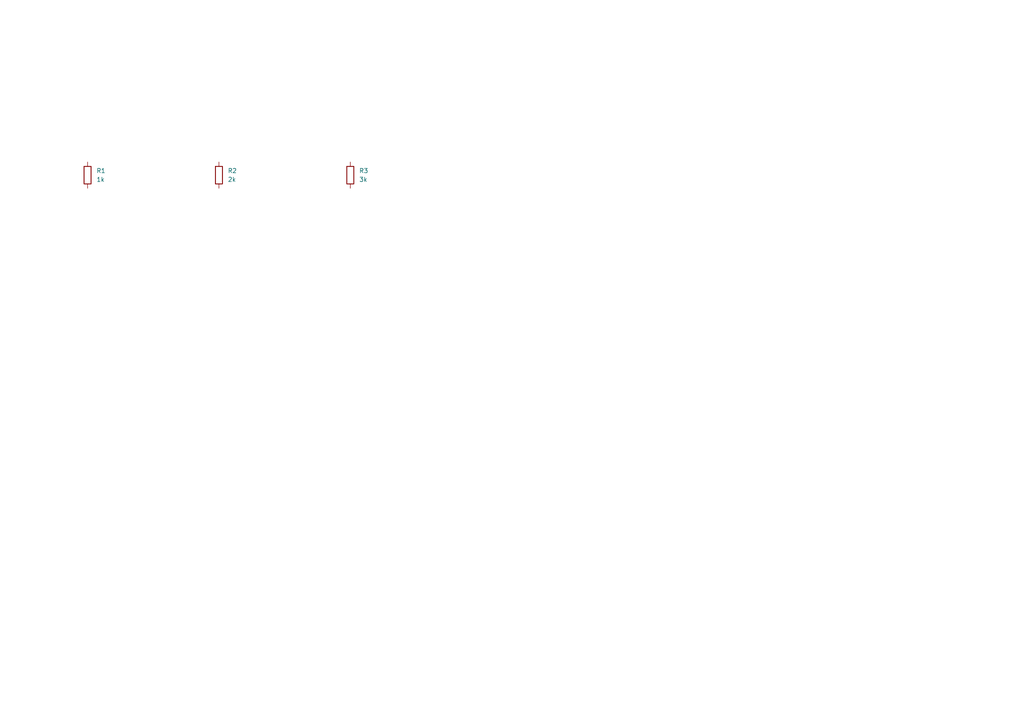
<source format=kicad_sch>
(kicad_sch (version 20250114) (generator "eeschema") (generator_version "9.0")
  (paper "A4")
  (title_block (title "Manhattan Basic Test"))
  (lib_symbols
    (symbol "Device:R" (pin_numbers (hide yes)) (pin_names (offset 0))
      (property "Reference" "R" (at 2.032 0 90))
      (property "Value" "R" (at 0 0 90))
      (symbol "R_0_1"
        (rectangle (start -1.016 -2.54) (end 1.016 2.54) (stroke (width 0.254)))
      )
      (symbol "R_1_1"
        (pin passive line (at 0 3.81 270) (length 1.27) (name "~") (number "1"))
        (pin passive line (at 0 -3.81 90) (length 1.27) (name "~") (number "2"))
      )
    )
  )
  (symbol (lib_id "Device:R") (at 25.4 50.8 0) (unit 1)
    (property "Reference" "R1" (at 27.94 49.5299 0) (effects (justify left)))
    (property "Value" "1k" (at 27.94 52.0699 0) (effects (justify left)))
  )
  (symbol (lib_id "Device:R") (at 63.5 50.8 0) (unit 1)
    (property "Reference" "R2" (at 66.04 49.5299 0) (effects (justify left)))
    (property "Value" "2k" (at 66.04 52.0699 0) (effects (justify left)))
  )
  (symbol (lib_id "Device:R") (at 101.6 50.8 0) (unit 1)
    (property "Reference" "R3" (at 104.14 49.5299 0) (effects (justify left)))
    (property "Value" "3k" (at 104.14 52.0699 0) (effects (justify left)))
  )
)
</source>
